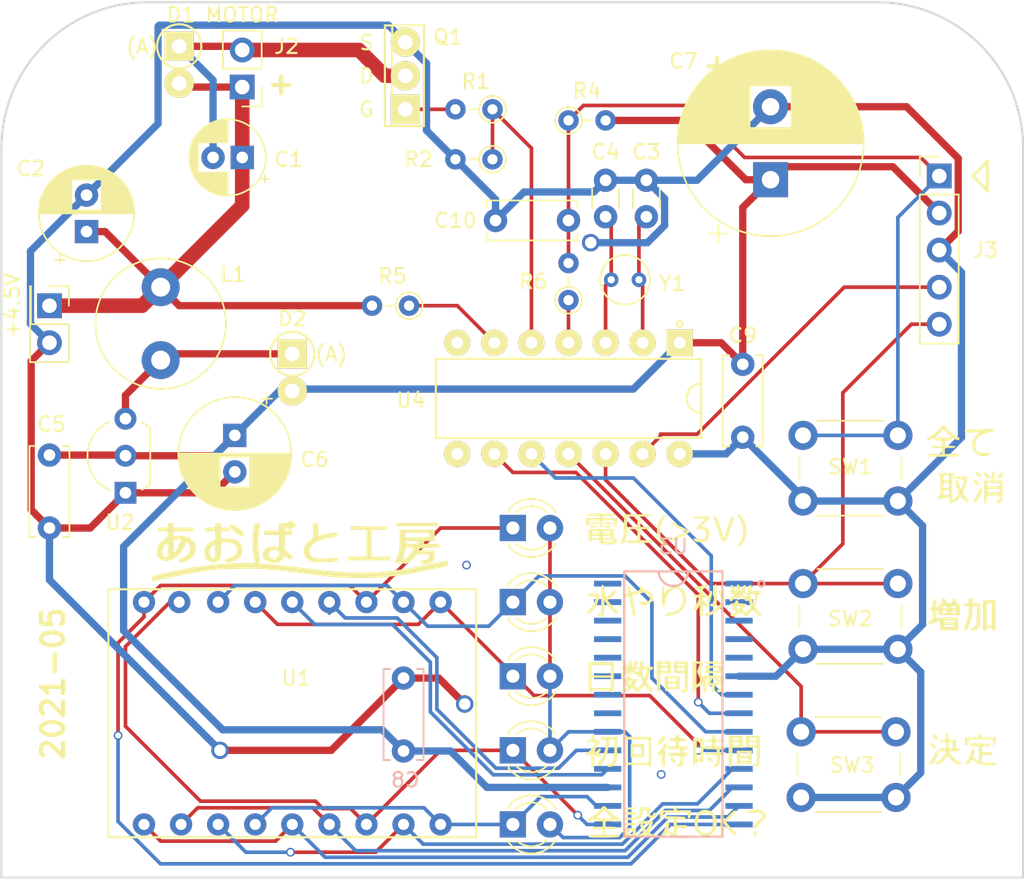
<source format=kicad_pcb>
(kicad_pcb (version 20171130) (host pcbnew "(5.1.9)-1")
  (layers (0 F.Cu signal) (31 B.Cu signal hide) (34 B.Paste user) (35 F.Paste user) (36 B.SilkS user) (37 F.SilkS user) (38 B.Mask user hide) (39 F.Mask user) (44 Edge.Cuts user))
  (net 0 "")
  (net 1 "Net-(J3-Pad4)")
  (net 2 "Net-(J3-Pad5)")
  (net 3 "Net-(LED1-Pad2)")
  (net 4 "Net-(Q1-Pad1)")
  (net 5 "Net-(C4-Pad1)")
  (net 6 "Net-(C3-Pad1)")
  (net 7 +5V)
  (net 8 "Net-(C1-Pad2)")
  (net 9 +BATT)
  (net 10 GND)
  (net 11 "Net-(C10-Pad1)")
  (net 12 "Net-(D2-Pad1)")
  (net 13 "Net-(R1-Pad1)")
  (net 14 "Net-(R5-Pad1)")
  (net 15 "Net-(R6-Pad1)")
  (net 16 "Net-(SW3-Pad1)")
  (net 17 "Net-(U1-Pad14)")
  (net 18 "Net-(U1-Pad13)")
  (net 19 "Net-(U1-Pad1)")
  (net 20 "Net-(U1-Pad3)")
  (net 21 "Net-(U1-Pad2)")
  (net 22 "Net-(U3-Pad7)")
  (net 23 "Net-(U3-Pad8)")
  (net 24 "Net-(U3-Pad1)")
  (net 25 "Net-(U3-Pad2)")
  (net 26 "Net-(U3-Pad3)")
  (net 27 "Net-(U3-Pad4)")
  (net 28 "Net-(U3-Pad5)")
  (net 29 "Net-(U3-Pad25)")
  (net 30 "Net-(U3-Pad26)")
  (net 31 "Net-(U3-Pad27)")
  (net 32 "Net-(U3-Pad28)")
  (net 33 "Net-(LED1-Pad1)")
  (net 34 "Net-(LED2-Pad1)")
  (net 35 "Net-(LED3-Pad1)")
  (net 36 "Net-(LED4-Pad1)")
  (net 37 "Net-(LED5-Pad1)")
  (net 38 "Net-(U3-Pad21)")
  (net 39 "Net-(U3-Pad22)")
  (net 40 "Net-(U3-Pad23)")
  (net 41 "Net-(U3-Pad24)")
  (net 42 "Net-(U4-Pad7)")
  (net 43 "Net-(U4-Pad8)")
  (module Resistor_THT:R_Axial_DIN0204_L3.6mm_D1.6mm_P2.54mm_Vertical (layer F.Cu) (at 69.85 38.1)
    (fp_text reference R4 (at 1.27 -2.032) (layer F.SilkS))
    (fp_text value 10K)
    (pad 1 thru_hole circle (at 0 0) (size 1.4 1.4) (drill 0.7) (layers *.Cu *.Mask) (net 11 "Net-(C10-Pad1)"))
    (pad 2 thru_hole oval (at 2.54 0) (size 1.4 1.4) (drill 0.7) (layers *.Cu *.Mask) (net 7 +5V))
  )
  (module MCU_Microship:PIC16F1503-I_P (layer F.Cu) (at 77.47 53.34 270)
    (fp_text reference U4 (at 3.937 18.415) (layer F.SilkS))
    (fp_text value PIC16F18323-I/P)
    (pad 1 thru_hole rect (at 0 0 270) (size 1.8 1.8) (drill 0.8) (layers *.Cu *.Mask F.SilkS) (net 7 +5V))
    (pad 2 thru_hole circle (at 0 2.54 270) (size 1.8 1.8) (drill 0.8) (layers *.Cu *.Mask F.SilkS) (net 6 "Net-(C3-Pad1)"))
    (pad 3 thru_hole circle (at 0 5.08 270) (size 1.8 1.8) (drill 0.8) (layers *.Cu *.Mask F.SilkS) (net 5 "Net-(C4-Pad1)"))
    (pad 4 thru_hole circle (at 0 7.62 270) (size 1.8 1.8) (drill 0.8) (layers *.Cu *.Mask F.SilkS) (net 15 "Net-(R6-Pad1)"))
    (pad 5 thru_hole circle (at 0 10.16 270) (size 1.8 1.8) (drill 0.8) (layers *.Cu *.Mask F.SilkS) (net 13 "Net-(R1-Pad1)"))
    (pad 6 thru_hole circle (at 0 12.7 270) (size 1.8 1.8) (drill 0.8) (layers *.Cu *.Mask F.SilkS) (net 14 "Net-(R5-Pad1)"))
    (pad 7 thru_hole circle (at 0 15.24 270) (size 1.8 1.8) (drill 0.8) (layers *.Cu *.Mask F.SilkS) (net 42 "Net-(U4-Pad7)"))
    (pad 8 thru_hole circle (at 7.62 15.24 270) (size 1.8 1.8) (drill 0.8) (layers *.Cu *.Mask F.SilkS) (net 43 "Net-(U4-Pad8)"))
    (pad 9 thru_hole circle (at 7.62 12.7 270) (size 1.8 1.8) (drill 0.8) (layers *.Cu *.Mask F.SilkS) (net 23 "Net-(U3-Pad8)"))
    (pad 10 thru_hole circle (at 7.62 10.16 270) (size 1.8 1.8) (drill 0.8) (layers *.Cu *.Mask F.SilkS) (net 22 "Net-(U3-Pad7)"))
    (pad 11 thru_hole circle (at 7.62 7.62 270) (size 1.8 1.8) (drill 0.8) (layers *.Cu *.Mask F.SilkS) (net 16 "Net-(SW3-Pad1)"))
    (pad 12 thru_hole circle (at 7.62 5.08 270) (size 1.8 1.8) (drill 0.8) (layers *.Cu *.Mask F.SilkS) (net 2 "Net-(J3-Pad5)"))
    (pad 13 thru_hole circle (at 7.62 2.54 270) (size 1.8 1.8) (drill 0.8) (layers *.Cu *.Mask F.SilkS) (net 1 "Net-(J3-Pad4)"))
    (pad 14 thru_hole circle (at 7.62 0 270) (size 1.8 1.8) (drill 0.8) (layers *.Cu *.Mask F.SilkS) (net 10 GND))
  )
  (module akiduki:aobato2 (layer F.Cu) (at 51.435 67.437)
    (fp_text reference G*** hide)
    (fp_text value LOGO hide)
  )
  (module akiduki:set (layer F.Cu) (at 97.79 74.295)
    (fp_text reference G*** hide)
    (fp_text value LOGO hide)
  )
  (module akiduki:interval (layer F.Cu) (at 77.47 76.454)
    (fp_text reference G*** hide)
    (fp_text value LOGO hide)
  )
  (module akiduki:ok (layer F.Cu) (at 97.409 82.169)
    (fp_text reference G*** hide)
    (fp_text value LOGO hide)
  )
  (module akiduki:reset (layer F.Cu) (at 97.155 64.516)
    (fp_text reference G*** hide)
    (fp_text value LOGO hide)
  )
  (module akiduki:all-OK (layer F.Cu) (at 77.47 86.614)
    (fp_text reference G*** hide)
    (fp_text value LOGO hide)
  )
  (module akiduki:wait (layer F.Cu) (at 77.47 81.661)
    (fp_text reference G*** hide)
    (fp_text value LOGO hide)
  )
  (module akiduki:water-volume (layer F.Cu) (at 77.47 71.374)
    (fp_text reference G*** hide)
    (fp_text value LOGO hide)
  )
  (module akiduki:voltage (layer F.Cu) (at 77.47 66.421)
    (fp_text reference G*** hide)
    (fp_text value LOGO hide)
  )
  (module Inductor_THT:L_Radial_D8.7mm_P5.00mm_Fastron_07HCP (layer F.Cu) (at 41.91 49.53 270)
    (fp_text reference L1 (at -0.889 -4.953 180) (layer F.SilkS))
    (fp_text value 47uH)
    (pad 1 thru_hole circle (at 0 0 270) (size 2.6 2.6) (drill 1.3) (layers *.Cu *.Mask) (net 9 +BATT))
    (pad 2 thru_hole circle (at 5 0 270) (size 2.6 2.6) (drill 1.3) (layers *.Cu *.Mask) (net 12 "Net-(D2-Pad1)"))
  )
  (module Capacitor_THT:CP_Radial_D12.5mm_P5.00mm (layer F.Cu) (at 83.693 42.164 90)
    (fp_text reference C7 (at 8.128 -5.969) (layer F.SilkS))
    (fp_text value 1000uF)
    (pad 2 thru_hole circle (at 5 0 90) (size 2.4 2.4) (drill 1.2) (layers *.Cu *.Mask) (net 10 GND))
    (pad 1 thru_hole rect (at 0 0 90) (size 2.4 2.4) (drill 1.2) (layers *.Cu *.Mask) (net 7 +5V))
  )
  (module MountingHole:MountingHole_3.2mm_M3 (layer F.Cu) (at 95.631 35.56)
    (fp_text reference "M3 hole" hide)
    (fp_text value MountingHole_3.2mm_M3 hide)
    (pad 1 np_thru_hole circle (at 0 0) (size 3.2 3.2) (drill 3.2) (layers *.Cu *.Mask))
  )
  (module MountingHole:MountingHole_3.2mm_M3 (layer F.Cu) (at 36.322 35.56)
    (fp_text reference "M3 hole" hide)
    (fp_text value MountingHole_3.2mm_M3 hide)
    (pad 1 np_thru_hole circle (at 0 0) (size 3.2 3.2) (drill 3.2) (layers *.Cu *.Mask))
  )
  (module MountingHole:MountingHole_3.2mm_M3 (layer F.Cu) (at 34.6075 86.4235)
    (fp_text reference "M3 hole" hide)
    (fp_text value MountingHole_3.2mm_M3 hide)
    (pad 1 np_thru_hole circle (at 0 0) (size 3.2 3.2) (drill 3.2) (layers *.Cu *.Mask))
  )
  (module MountingHole:MountingHole_3.2mm_M3 (layer F.Cu) (at 97.409 86.4235)
    (fp_text reference "M3 hole" hide)
    (fp_text value MountingHole_3.2mm_M3 hide)
    (pad 1 np_thru_hole circle (at 0 0) (size 3.2 3.2) (drill 3.2) (layers *.Cu *.Mask))
  )
  (module D:1S4_V (layer F.Cu) (at 50.927 54.102 270)
    (fp_text reference D2 (at -2.413 0 180) (layer F.SilkS))
    (fp_text value D hide)
    (fp_text user "(A)" (at 0 -2.667 180) (layer F.SilkS))
    (pad 1 thru_hole rect (at 0 0 270) (size 2 2) (drill 1) (layers *.Cu *.Mask F.SilkS) (net 12 "Net-(D2-Pad1)"))
    (pad 2 thru_hole circle (at 2.54 0 270) (size 2 2) (drill 1) (layers *.Cu *.Mask F.SilkS) (net 7 +5V))
  )
  (module FET:2SK4017_Q (layer F.Cu) (at 58.674 37.338 180)
    (fp_text reference Q1 (at -2.921 4.953 180) (layer F.SilkS))
    (fp_text value 2SK4017 hide)
    (pad 1 thru_hole rect (at 0 0 180) (size 2 2) (drill 1) (layers *.Cu *.Mask F.SilkS) (net 4 "Net-(Q1-Pad1)"))
    (pad 2 thru_hole circle (at 0 2.3 180) (size 2 2) (drill 1) (layers *.Cu *.Mask F.SilkS) (net 8 "Net-(C1-Pad2)"))
    (pad 3 thru_hole circle (at 0 4.6 180) (size 2 2) (drill 1) (layers *.Cu *.Mask F.SilkS) (net 10 GND))
  )
  (module Capacitor_THT:CP_Radial_D5.0mm_P2.00mm (layer F.Cu) (at 47.498 40.64 180)
    (fp_text reference C1 (at -3.175 -0.127) (layer F.SilkS))
    (fp_text value 22u)
    (pad 1 thru_hole rect (at 0 0 180) (size 1.6 1.6) (drill 0.8) (layers *.Cu *.Mask) (net 9 +BATT))
    (pad 2 thru_hole circle (at 2 0 180) (size 1.6 1.6) (drill 0.8) (layers *.Cu *.Mask) (net 8 "Net-(C1-Pad2)"))
  )
  (module Capacitor_THT:CP_Radial_D6.3mm_P2.50mm (layer F.Cu) (at 36.83 45.72 90)
    (fp_text reference C2 (at 4.318 -3.81) (layer F.SilkS))
    (fp_text value 47u)
    (pad 1 thru_hole rect (at 0 0 90) (size 1.6 1.6) (drill 0.8) (layers *.Cu *.Mask) (net 9 +BATT))
    (pad 2 thru_hole circle (at 2.5 0 90) (size 1.6 1.6) (drill 0.8) (layers *.Cu *.Mask) (net 10 GND))
  )
  (module Capacitor_THT:C_Disc_D6.0mm_W2.5mm_P5.00mm (layer F.Cu) (at 34.29 66.04 90)
    (fp_text reference C5 (at 7.112 0.127) (layer F.SilkS))
    (fp_text value 0.1u)
    (pad 2 thru_hole circle (at 5 0 90) (size 1.6 1.6) (drill 0.8) (layers *.Cu *.Mask) (net 7 +5V))
    (pad 1 thru_hole circle (at 0 0 90) (size 1.6 1.6) (drill 0.8) (layers *.Cu *.Mask) (net 10 GND))
  )
  (module Capacitor_THT:CP_Radial_D7.5mm_P2.50mm (layer F.Cu) (at 46.99 59.69 270)
    (fp_text reference C6 (at 1.651 -5.461) (layer F.SilkS))
    (fp_text value 100uF)
    (pad 1 thru_hole rect (at 0 0 270) (size 1.6 1.6) (drill 0.8) (layers *.Cu *.Mask) (net 7 +5V))
    (pad 2 thru_hole circle (at 2.5 0 270) (size 1.6 1.6) (drill 0.8) (layers *.Cu *.Mask) (net 10 GND))
  )
  (module Capacitor_THT:C_Disc_D6.0mm_W2.5mm_P5.00mm (layer B.Cu) (at 58.547 76.327 270)
    (fp_text reference C8 (at 6.985 -0.127) (layer B.SilkS) (effects (justify mirror)))
    (fp_text value 0.1u)
    (pad 1 thru_hole circle (at 0 0 270) (size 1.6 1.6) (drill 0.8) (layers *.Cu *.Mask) (net 10 GND))
    (pad 2 thru_hole circle (at 5 0 270) (size 1.6 1.6) (drill 0.8) (layers *.Cu *.Mask) (net 7 +5V))
  )
  (module Capacitor_THT:C_Disc_D6.0mm_W2.5mm_P5.00mm (layer F.Cu) (at 81.788 59.817 90)
    (fp_text reference C9 (at 6.985 0 180) (layer F.SilkS))
    (fp_text value 0.1u)
    (pad 2 thru_hole circle (at 5 0 90) (size 1.6 1.6) (drill 0.8) (layers *.Cu *.Mask) (net 7 +5V))
    (pad 1 thru_hole circle (at 0 0 90) (size 1.6 1.6) (drill 0.8) (layers *.Cu *.Mask) (net 10 GND))
  )
  (module Capacitor_THT:C_Disc_D6.0mm_W2.5mm_P5.00mm (layer F.Cu) (at 69.85 44.958 180)
    (fp_text reference C10 (at 7.747 0) (layer F.SilkS))
    (fp_text value 0.1u)
    (pad 1 thru_hole circle (at 0 0 180) (size 1.6 1.6) (drill 0.8) (layers *.Cu *.Mask) (net 11 "Net-(C10-Pad1)"))
    (pad 2 thru_hole circle (at 5 0 180) (size 1.6 1.6) (drill 0.8) (layers *.Cu *.Mask) (net 10 GND))
  )
  (module D:1S4_V (layer F.Cu) (at 43.18 33.02 270)
    (fp_text reference D1 (at -2.159 -0.127) (layer F.SilkS))
    (fp_text value D hide)
    (fp_text user "(A)" (at 0 2.54 180) (layer F.SilkS))
    (pad 1 thru_hole rect (at 0 0 270) (size 2 2) (drill 1) (layers *.Cu *.Mask F.SilkS) (net 8 "Net-(C1-Pad2)"))
    (pad 2 thru_hole circle (at 2.54 0 270) (size 2 2) (drill 1) (layers *.Cu *.Mask F.SilkS) (net 9 +BATT))
  )
  (module Connector_PinHeader_2.54mm:PinHeader_2x01_P2.54mm_Vertical (layer F.Cu) (at 34.29 50.8 270)
    (fp_text reference J1 hide)
    (fp_text value POWER hide)
    (fp_text user +4.5V (at 0 2.54 270) (layer F.SilkS))
    (pad 1 thru_hole rect (at 0 0 270) (size 1.7 1.7) (drill 1) (layers *.Cu *.Mask) (net 9 +BATT))
    (pad 2 thru_hole oval (at 2.54 0 270) (size 1.7 1.7) (drill 1) (layers *.Cu *.Mask) (net 10 GND))
  )
  (module Connector_PinHeader_2.54mm:PinHeader_1x02_P2.54mm_Vertical (layer F.Cu) (at 47.498 35.814 180)
    (fp_text reference J2 (at -3.048 2.794) (layer F.SilkS))
    (fp_text value MOTOR (at 0 4.953) (layer F.SilkS))
    (pad 1 thru_hole rect (at 0 0 180) (size 1.7 1.7) (drill 1) (layers *.Cu *.Mask) (net 9 +BATT))
    (pad 2 thru_hole oval (at 0 2.54 180) (size 1.7 1.7) (drill 1) (layers *.Cu *.Mask) (net 8 "Net-(C1-Pad2)"))
  )
  (module Connector_PinHeader_2.54mm:PinHeader_1x05_P2.54mm_Vertical (layer F.Cu) (at 95.25 41.91)
    (fp_text reference J3 (at 3.175 5.08) (layer F.SilkS))
    (fp_text value pin_header)
    (pad 1 thru_hole rect (at 0 0) (size 1.7 1.7) (drill 1) (layers *.Cu *.Mask) (net 11 "Net-(C10-Pad1)"))
    (pad 2 thru_hole oval (at 0 2.54) (size 1.7 1.7) (drill 1) (layers *.Cu *.Mask) (net 7 +5V))
    (pad 3 thru_hole oval (at 0 5.08) (size 1.7 1.7) (drill 1) (layers *.Cu *.Mask) (net 10 GND))
    (pad 4 thru_hole oval (at 0 7.62) (size 1.7 1.7) (drill 1) (layers *.Cu *.Mask) (net 1 "Net-(J3-Pad4)"))
    (pad 5 thru_hole oval (at 0 10.16) (size 1.7 1.7) (drill 1) (layers *.Cu *.Mask) (net 2 "Net-(J3-Pad5)"))
  )
  (module LED_THT:LED_D3.0mm (layer F.Cu) (at 66.04 66.04)
    (fp_text reference LED1 hide)
    (fp_text value voltage)
    (pad 1 thru_hole rect (at 0 0) (size 1.8 1.8) (drill 0.9) (layers *.Cu *.Mask) (net 33 "Net-(LED1-Pad1)"))
    (pad 2 thru_hole circle (at 2.54 0) (size 1.8 1.8) (drill 0.9) (layers *.Cu *.Mask) (net 3 "Net-(LED1-Pad2)"))
  )
  (module LED_THT:LED_D3.0mm (layer F.Cu) (at 66.04 71.12)
    (fp_text reference LED2 hide)
    (fp_text value water)
    (pad 1 thru_hole rect (at 0 0) (size 1.8 1.8) (drill 0.9) (layers *.Cu *.Mask) (net 34 "Net-(LED2-Pad1)"))
    (pad 2 thru_hole circle (at 2.54 0) (size 1.8 1.8) (drill 0.9) (layers *.Cu *.Mask) (net 3 "Net-(LED1-Pad2)"))
  )
  (module LED_THT:LED_D3.0mm (layer F.Cu) (at 66.04 76.2)
    (fp_text reference LED3 hide)
    (fp_text value interval)
    (pad 2 thru_hole circle (at 2.54 0) (size 1.8 1.8) (drill 0.9) (layers *.Cu *.Mask) (net 3 "Net-(LED1-Pad2)"))
    (pad 1 thru_hole rect (at 0 0) (size 1.8 1.8) (drill 0.9) (layers *.Cu *.Mask) (net 35 "Net-(LED3-Pad1)"))
  )
  (module LED_THT:LED_D3.0mm (layer F.Cu) (at 66.04 81.28)
    (fp_text reference LED4 hide)
    (fp_text value wait)
    (pad 2 thru_hole circle (at 2.54 0) (size 1.8 1.8) (drill 0.9) (layers *.Cu *.Mask) (net 3 "Net-(LED1-Pad2)"))
    (pad 1 thru_hole rect (at 0 0) (size 1.8 1.8) (drill 0.9) (layers *.Cu *.Mask) (net 36 "Net-(LED4-Pad1)"))
  )
  (module LED_THT:LED_D3.0mm (layer F.Cu) (at 66.04 86.36)
    (fp_text reference LED5 hide)
    (fp_text value start)
    (pad 1 thru_hole rect (at 0 0) (size 1.8 1.8) (drill 0.9) (layers *.Cu *.Mask) (net 37 "Net-(LED5-Pad1)"))
    (pad 2 thru_hole circle (at 2.54 0) (size 1.8 1.8) (drill 0.9) (layers *.Cu *.Mask) (net 3 "Net-(LED1-Pad2)"))
  )
  (module Resistor_THT:R_Axial_DIN0204_L3.6mm_D1.6mm_P2.54mm_Vertical (layer F.Cu) (at 64.643 37.338 180)
    (fp_text reference R1 (at 1.143 1.905) (layer F.SilkS))
    (fp_text value 470)
    (pad 2 thru_hole oval (at 2.54 0 180) (size 1.4 1.4) (drill 0.7) (layers *.Cu *.Mask) (net 4 "Net-(Q1-Pad1)"))
    (pad 1 thru_hole circle (at 0 0 180) (size 1.4 1.4) (drill 0.7) (layers *.Cu *.Mask) (net 13 "Net-(R1-Pad1)"))
  )
  (module Resistor_THT:R_Axial_DIN0204_L3.6mm_D1.6mm_P2.54mm_Vertical (layer F.Cu) (at 64.643 40.767 180)
    (fp_text reference R2 (at 5.08 0 180) (layer F.SilkS))
    (fp_text value 10K)
    (pad 1 thru_hole circle (at 0 0 180) (size 1.4 1.4) (drill 0.7) (layers *.Cu *.Mask) (net 13 "Net-(R1-Pad1)"))
    (pad 2 thru_hole oval (at 2.54 0 180) (size 1.4 1.4) (drill 0.7) (layers *.Cu *.Mask) (net 10 GND))
  )
  (module Resistor_THT:R_Axial_DIN0204_L3.6mm_D1.6mm_P2.54mm_Vertical (layer F.Cu) (at 58.928 50.8 180)
    (fp_text reference R5 (at 1.143 2.032 180) (layer F.SilkS))
    (fp_text value 470)
    (pad 2 thru_hole oval (at 2.54 0 180) (size 1.4 1.4) (drill 0.7) (layers *.Cu *.Mask) (net 9 +BATT))
    (pad 1 thru_hole circle (at 0 0 180) (size 1.4 1.4) (drill 0.7) (layers *.Cu *.Mask) (net 14 "Net-(R5-Pad1)"))
  )
  (module Resistor_THT:R_Axial_DIN0204_L3.6mm_D1.6mm_P2.54mm_Vertical (layer F.Cu) (at 69.85 50.419 90)
    (fp_text reference R6 (at 1.27 -2.413 180) (layer F.SilkS))
    (fp_text value 470)
    (pad 1 thru_hole circle (at 0 0 90) (size 1.4 1.4) (drill 0.7) (layers *.Cu *.Mask) (net 15 "Net-(R6-Pad1)"))
    (pad 2 thru_hole oval (at 2.54 0 90) (size 1.4 1.4) (drill 0.7) (layers *.Cu *.Mask) (net 11 "Net-(C10-Pad1)"))
  )
  (module Button_Switch_THT:SW_PUSH_6mm (layer F.Cu) (at 85.9155 59.69)
    (fp_text reference SW1 (at 3.2385 2.159) (layer F.SilkS))
    (fp_text value reset)
    (pad 2 thru_hole circle (at 0 4.5 90) (size 2 2) (drill 1.1) (layers *.Cu *.Mask) (net 10 GND))
    (pad 1 thru_hole circle (at 0 0 90) (size 2 2) (drill 1.1) (layers *.Cu *.Mask) (net 11 "Net-(C10-Pad1)"))
    (pad 2 thru_hole circle (at 6.5 4.5 90) (size 2 2) (drill 1.1) (layers *.Cu *.Mask) (net 10 GND))
    (pad 1 thru_hole circle (at 6.5 0 90) (size 2 2) (drill 1.1) (layers *.Cu *.Mask) (net 11 "Net-(C10-Pad1)"))
  )
  (module Button_Switch_THT:SW_PUSH_6mm (layer F.Cu) (at 85.9155 69.85)
    (fp_text reference SW2 (at 3.2385 2.413) (layer F.SilkS))
    (fp_text value enter)
    (pad 1 thru_hole circle (at 6.5 0 90) (size 2 2) (drill 1.1) (layers *.Cu *.Mask) (net 2 "Net-(J3-Pad5)"))
    (pad 2 thru_hole circle (at 6.5 4.5 90) (size 2 2) (drill 1.1) (layers *.Cu *.Mask) (net 10 GND))
    (pad 1 thru_hole circle (at 0 0 90) (size 2 2) (drill 1.1) (layers *.Cu *.Mask) (net 2 "Net-(J3-Pad5)"))
    (pad 2 thru_hole circle (at 0 4.5 90) (size 2 2) (drill 1.1) (layers *.Cu *.Mask) (net 10 GND))
  )
  (module Button_Switch_THT:SW_PUSH_6mm (layer F.Cu) (at 85.7885 80.01)
    (fp_text reference SW3 (at 3.4925 2.286) (layer F.SilkS))
    (fp_text value next)
    (pad 2 thru_hole circle (at 0 4.5 90) (size 2 2) (drill 1.1) (layers *.Cu *.Mask) (net 10 GND))
    (pad 1 thru_hole circle (at 0 0 90) (size 2 2) (drill 1.1) (layers *.Cu *.Mask) (net 16 "Net-(SW3-Pad1)"))
    (pad 2 thru_hole circle (at 6.5 4.5 90) (size 2 2) (drill 1.1) (layers *.Cu *.Mask) (net 10 GND))
    (pad 1 thru_hole circle (at 6.5 0 90) (size 2 2) (drill 1.1) (layers *.Cu *.Mask) (net 16 "Net-(SW3-Pad1)"))
  )
  (module green_pomp4:HDSP-K123 (layer F.Cu) (at 50.927 78.74)
    (fp_text reference U1 (at 0.254 -2.413) (layer F.SilkS))
    (fp_text value HDSP-K123)
    (pad 14 thru_hole circle (at 0 -7.62) (size 1.524 1.524) (drill 0.762) (layers *.Cu *.Mask) (net 17 "Net-(U1-Pad14)"))
    (pad 15 thru_hole circle (at -2.54 -7.62) (size 1.524 1.524) (drill 0.762) (layers *.Cu *.Mask) (net 35 "Net-(LED3-Pad1)"))
    (pad 16 thru_hole circle (at -5.08 -7.62) (size 1.524 1.524) (drill 0.762) (layers *.Cu *.Mask) (net 34 "Net-(LED2-Pad1)"))
    (pad 17 thru_hole circle (at -7.747 -7.62) (size 1.524 1.524) (drill 0.762) (layers *.Cu *.Mask) (net 36 "Net-(LED4-Pad1)"))
    (pad 18 thru_hole circle (at -10.16 -7.62) (size 1.524 1.524) (drill 0.762) (layers *.Cu *.Mask) (net 33 "Net-(LED1-Pad1)"))
    (pad 13 thru_hole circle (at 2.54 -7.62) (size 1.524 1.524) (drill 0.762) (layers *.Cu *.Mask) (net 18 "Net-(U1-Pad13)"))
    (pad 12 thru_hole circle (at 5.08 -7.62) (size 1.524 1.524) (drill 0.762) (layers *.Cu *.Mask) (net 33 "Net-(LED1-Pad1)"))
    (pad 11 thru_hole circle (at 7.62 -7.62) (size 1.524 1.524) (drill 0.762) (layers *.Cu *.Mask) (net 34 "Net-(LED2-Pad1)"))
    (pad 10 thru_hole circle (at 10.16 -7.62) (size 1.524 1.524) (drill 0.762) (layers *.Cu *.Mask) (net 35 "Net-(LED3-Pad1)"))
    (pad 5 thru_hole circle (at 0 7.62) (size 1.524 1.524) (drill 0.762) (layers *.Cu *.Mask) (net 19 "Net-(U1-Pad1)"))
    (pad 4 thru_hole circle (at -2.54 7.62) (size 1.524 1.524) (drill 0.762) (layers *.Cu *.Mask) (net 37 "Net-(LED5-Pad1)"))
    (pad 3 thru_hole circle (at -5.08 7.62) (size 1.524 1.524) (drill 0.762) (layers *.Cu *.Mask) (net 20 "Net-(U1-Pad3)"))
    (pad 2 thru_hole circle (at -7.62 7.62) (size 1.524 1.524) (drill 0.762) (layers *.Cu *.Mask) (net 21 "Net-(U1-Pad2)"))
    (pad 1 thru_hole circle (at -10.16 7.62) (size 1.524 1.524) (drill 0.762) (layers *.Cu *.Mask) (net 19 "Net-(U1-Pad1)"))
    (pad 6 thru_hole circle (at 2.54 7.62) (size 1.524 1.524) (drill 0.762) (layers *.Cu *.Mask) (net 21 "Net-(U1-Pad2)"))
    (pad 7 thru_hole circle (at 5.08 7.62) (size 1.524 1.524) (drill 0.762) (layers *.Cu *.Mask) (net 36 "Net-(LED4-Pad1)"))
    (pad 8 thru_hole circle (at 7.62 7.62) (size 1.524 1.524) (drill 0.762) (layers *.Cu *.Mask) (net 20 "Net-(U1-Pad3)"))
    (pad 9 thru_hole circle (at 10.16 7.62) (size 1.524 1.524) (drill 0.762) (layers *.Cu *.Mask) (net 37 "Net-(LED5-Pad1)"))
  )
  (module MCU_Microship:DSPIC30F2010-20I_SO (layer B.Cu) (at 81.534 69.85 180)
    (fp_text reference U3 (at 4.5 2.54) (layer B.SilkS) (effects (justify mirror)))
    (fp_text value TM1640 hide)
    (pad 1 smd rect (at 0 0 180) (size 1.87 0.4) (layers B.Cu B.Paste B.Mask) (net 24 "Net-(U3-Pad1)"))
    (pad 2 smd rect (at 0 -1.27 180) (size 1.87 0.4) (layers B.Cu B.Paste B.Mask) (net 25 "Net-(U3-Pad2)"))
    (pad 3 smd rect (at 0 -2.54 180) (size 1.87 0.4) (layers B.Cu B.Paste B.Mask) (net 26 "Net-(U3-Pad3)"))
    (pad 4 smd rect (at 0 -3.81 180) (size 1.87 0.4) (layers B.Cu B.Paste B.Mask) (net 27 "Net-(U3-Pad4)"))
    (pad 5 smd rect (at 0 -5.08 180) (size 1.87 0.4) (layers B.Cu B.Paste B.Mask) (net 28 "Net-(U3-Pad5)"))
    (pad 6 smd rect (at 0 -6.35 180) (size 1.87 0.4) (layers B.Cu B.Paste B.Mask) (net 10 GND))
    (pad 7 smd rect (at 0 -7.62 180) (size 1.87 0.4) (layers B.Cu B.Paste B.Mask) (net 22 "Net-(U3-Pad7)"))
    (pad 8 smd rect (at 0 -8.89 180) (size 1.87 0.4) (layers B.Cu B.Paste B.Mask) (net 23 "Net-(U3-Pad8)"))
    (pad 9 smd rect (at 0 -10.16 180) (size 1.87 0.4) (layers B.Cu B.Paste B.Mask) (net 34 "Net-(LED2-Pad1)"))
    (pad 10 smd rect (at 0 -11.43 180) (size 1.87 0.4) (layers B.Cu B.Paste B.Mask) (net 35 "Net-(LED3-Pad1)"))
    (pad 11 smd rect (at 0 -12.7 180) (size 1.87 0.4) (layers B.Cu B.Paste B.Mask) (net 20 "Net-(U1-Pad3)"))
    (pad 12 smd rect (at 0 -13.97 180) (size 1.87 0.4) (layers B.Cu B.Paste B.Mask) (net 21 "Net-(U1-Pad2)"))
    (pad 13 smd rect (at 0 -15.24 180) (size 1.87 0.4) (layers B.Cu B.Paste B.Mask) (net 19 "Net-(U1-Pad1)"))
    (pad 14 smd rect (at 0 -16.51 180) (size 1.87 0.4) (layers B.Cu B.Paste B.Mask) (net 33 "Net-(LED1-Pad1)"))
    (pad 15 smd rect (at 9 -16.51 180) (size 1.87 0.4) (layers B.Cu B.Paste B.Mask) (net 36 "Net-(LED4-Pad1)"))
    (pad 16 smd rect (at 9 -15.24 180) (size 1.87 0.4) (layers B.Cu B.Paste B.Mask) (net 37 "Net-(LED5-Pad1)"))
    (pad 17 smd rect (at 9 -13.97 180) (size 1.87 0.4) (layers B.Cu B.Paste B.Mask) (net 7 +5V))
    (pad 18 smd rect (at 9 -12.7 180) (size 1.87 0.4) (layers B.Cu B.Paste B.Mask) (net 17 "Net-(U1-Pad14)"))
    (pad 19 smd rect (at 9 -11.43 180) (size 1.87 0.4) (layers B.Cu B.Paste B.Mask) (net 18 "Net-(U1-Pad13)"))
    (pad 20 smd rect (at 9 -10.16 180) (size 1.87 0.4) (layers B.Cu B.Paste B.Mask) (net 3 "Net-(LED1-Pad2)"))
    (pad 21 smd rect (at 9 -8.89 180) (size 1.87 0.4) (layers B.Cu B.Paste B.Mask) (net 38 "Net-(U3-Pad21)"))
    (pad 22 smd rect (at 9 -7.62 180) (size 1.87 0.4) (layers B.Cu B.Paste B.Mask) (net 39 "Net-(U3-Pad22)"))
    (pad 23 smd rect (at 9 -6.35 180) (size 1.87 0.4) (layers B.Cu B.Paste B.Mask) (net 40 "Net-(U3-Pad23)"))
    (pad 24 smd rect (at 9 -5.08 180) (size 1.87 0.4) (layers B.Cu B.Paste B.Mask) (net 41 "Net-(U3-Pad24)"))
    (pad 25 smd rect (at 9 -3.81 180) (size 1.87 0.4) (layers B.Cu B.Paste B.Mask) (net 29 "Net-(U3-Pad25)"))
    (pad 26 smd rect (at 9 -2.54 180) (size 1.87 0.4) (layers B.Cu B.Paste B.Mask) (net 30 "Net-(U3-Pad26)"))
    (pad 27 smd rect (at 9 -1.27 180) (size 1.87 0.4) (layers B.Cu B.Paste B.Mask) (net 31 "Net-(U3-Pad27)"))
    (pad 28 smd rect (at 9 0 180) (size 1.87 0.4) (layers B.Cu B.Paste B.Mask) (net 32 "Net-(U3-Pad28)"))
  )
  (module Crystal:Crystal_Round_D3.0mm_Vertical (layer F.Cu) (at 74.676 49.022 180)
    (fp_text reference Y1 (at -2.286 -0.254) (layer F.SilkS))
    (fp_text value 32.768KHz)
    (pad 1 thru_hole circle (at 0 0 180) (size 1 1) (drill 0.5) (layers *.Cu *.Mask) (net 6 "Net-(C3-Pad1)"))
    (pad 2 thru_hole circle (at 1.9 0 180) (size 1 1) (drill 0.5) (layers *.Cu *.Mask) (net 5 "Net-(C4-Pad1)"))
  )
  (module Package_TO_SOT_THT:TO-92L_Inline_Wide (layer F.Cu) (at 39.497 63.627 90)
    (fp_text reference U2 (at -2.032 -0.381) (layer F.SilkS))
    (fp_text value HT7750A)
    (pad 2 thru_hole circle (at 2.54 0 90) (size 1.5 1.5) (drill 0.8) (layers *.Cu *.Mask) (net 7 +5V))
    (pad 3 thru_hole circle (at 5.08 0 90) (size 1.5 1.5) (drill 0.8) (layers *.Cu *.Mask) (net 12 "Net-(D2-Pad1)"))
    (pad 1 thru_hole rect (at 0 0 90) (size 1.5 1.5) (drill 0.8) (layers *.Cu *.Mask) (net 10 GND))
  )
  (module Capacitor_THT:C_Disc_D3.0mm_W1.6mm_P2.50mm (layer F.Cu) (at 75.184 44.704 90)
    (fp_text reference C3 (at 4.445 0) (layer F.SilkS))
    (fp_text value 15p)
    (pad 1 thru_hole circle (at 0 0 90) (size 1.6 1.6) (drill 0.8) (layers *.Cu *.Mask) (net 6 "Net-(C3-Pad1)"))
    (pad 2 thru_hole circle (at 2.5 0 90) (size 1.6 1.6) (drill 0.8) (layers *.Cu *.Mask) (net 10 GND))
  )
  (module Capacitor_THT:C_Disc_D3.0mm_W1.6mm_P2.50mm (layer F.Cu) (at 72.39 44.704 90)
    (fp_text reference C4 (at 4.445 0) (layer F.SilkS))
    (fp_text value 15p)
    (pad 2 thru_hole circle (at 2.5 0 90) (size 1.6 1.6) (drill 0.8) (layers *.Cu *.Mask) (net 10 GND))
    (pad 1 thru_hole circle (at 0 0 90) (size 1.6 1.6) (drill 0.8) (layers *.Cu *.Mask) (net 5 "Net-(C4-Pad1)"))
  )
  (gr_text D (at 56.007 35.052) (layer F.SilkS) (effects (font (size 1 1))))
  (gr_text G (at 56.007 37.338) (layer F.SilkS) (effects (font (size 1 1))))
  (gr_text S (at 56.007 32.766) (layer F.SilkS) (effects (font (size 1 1))))
  (gr_text 2021-05 (at 34.544 76.708 90) (layer F.SilkS) (effects (font (size 1.5 1.5) (thickness 0.3))))
  (gr_text + (at 50.165 35.56) (layer F.SilkS) (effects (font (size 1.5 1.5) (thickness 0.3))))
  (gr_line (start 98.552 42.926) (end 97.536 41.91) (angle 90) (layer F.SilkS) (width 0.2))
  (gr_line (start 98.552 40.894) (end 98.552 42.926) (angle 90) (layer F.SilkS) (width 0.2))
  (gr_line (start 97.536 41.91) (end 98.552 40.894) (angle 90) (layer F.SilkS) (width 0.2))
  (gr_text + (at 80.01 34.29) (layer F.SilkS) (effects (font (size 1.5 1.5) (thickness 0.3))))
  (gr_line (start 41 30) (end 91 30) (angle 90) (layer Edge.Cuts) (width 0.15))
  (gr_line (start 31 90) (end 101 90) (angle 90) (layer Edge.Cuts) (width 0.15))
  (gr_arc (start 91 40) (end 91 30) (angle 90) (layer Edge.Cuts) (width 0.15))
  (gr_line (start 31 40) (end 31 90) (angle 90) (layer Edge.Cuts) (width 0.15))
  (gr_line (start 101 40) (end 101 90) (angle 90) (layer Edge.Cuts) (width 0.15))
  (gr_arc (start 41 40) (end 31 40) (angle 90) (layer Edge.Cuts) (width 0.15))
  (segment (start 76.155001 59.734999) (end 76.155001 59.607999) (width 0.25) (layer F.Cu) (net 1))
  (segment (start 74.93 60.96) (end 76.155001 59.734999) (width 0.25) (layer F.Cu) (net 1))
  (segment (start 88.740002 49.53) (end 95.25 49.53) (width 0.25) (layer F.Cu) (net 1))
  (segment (start 78.662003 59.607999) (end 88.740002 49.53) (width 0.25) (layer F.Cu) (net 1))
  (segment (start 76.155001 59.607999) (end 78.662003 59.607999) (width 0.25) (layer F.Cu) (net 1))
  (segment (start 85.9155 69.85) (end 92.4155 69.85) (width 0.25) (layer F.Cu) (net 2))
  (segment (start 72.39 62.738) (end 72.39 60.96) (width 0.25) (layer F.Cu) (net 2))
  (segment (start 79.502 69.85) (end 72.39 62.738) (width 0.25) (layer F.Cu) (net 2))
  (segment (start 85.9155 69.85) (end 79.502 69.85) (width 0.25) (layer F.Cu) (net 2))
  (segment (start 88.646 56.769) (end 93.345 52.07) (width 0.25) (layer F.Cu) (net 2))
  (segment (start 88.646 67.1195) (end 88.646 56.769) (width 0.25) (layer F.Cu) (net 2))
  (segment (start 93.345 52.07) (end 95.25 52.07) (width 0.25) (layer F.Cu) (net 2))
  (segment (start 85.9155 69.85) (end 88.646 67.1195) (width 0.25) (layer F.Cu) (net 2))
  (segment (start 69.85 80.01) (end 72.534 80.01) (width 0.25) (layer B.Cu) (net 3))
  (segment (start 68.58 81.28) (end 69.85 80.01) (width 0.25) (layer B.Cu) (net 3))
  (segment (start 73.719 80.01) (end 72.534 80.01) (width 0.25) (layer B.Cu) (net 3))
  (segment (start 74.041 80.332) (end 73.719 80.01) (width 0.25) (layer B.Cu) (net 3))
  (segment (start 74.041 86.573002) (end 74.041 80.332) (width 0.25) (layer B.Cu) (net 3))
  (segment (start 73.354003 87.259999) (end 74.041 86.573002) (width 0.25) (layer B.Cu) (net 3))
  (segment (start 69.479999 87.259999) (end 73.354003 87.259999) (width 0.25) (layer B.Cu) (net 3))
  (segment (start 68.58 86.36) (end 69.479999 87.259999) (width 0.25) (layer B.Cu) (net 3))
  (segment (start 68.58 76.2) (end 68.58 81.28) (width 0.25) (layer B.Cu) (net 3))
  (segment (start 68.58 66.04) (end 68.58 71.12) (width 0.25) (layer F.Cu) (net 3))
  (segment (start 68.58 71.12) (end 68.58 76.2) (width 0.25) (layer F.Cu) (net 3))
  (segment (start 62.103 37.338) (end 58.674 37.338) (width 0.25) (layer F.Cu) (net 4))
  (segment (start 72.670051 53.34) (end 72.39 53.34) (width 0.25) (layer F.Cu) (net 5))
  (segment (start 72.39 49.408) (end 72.776 49.022) (width 0.25) (layer F.Cu) (net 5))
  (segment (start 72.39 53.34) (end 72.39 49.408) (width 0.25) (layer F.Cu) (net 5))
  (segment (start 72.776 45.09) (end 72.39 44.704) (width 0.25) (layer F.Cu) (net 5))
  (segment (start 72.776 49.022) (end 72.776 45.09) (width 0.25) (layer F.Cu) (net 5))
  (segment (start 74.93 49.276) (end 74.676 49.022) (width 0.25) (layer F.Cu) (net 6))
  (segment (start 74.93 53.34) (end 74.93 49.276) (width 0.25) (layer F.Cu) (net 6))
  (segment (start 74.676 45.212) (end 75.184 44.704) (width 0.25) (layer F.Cu) (net 6))
  (segment (start 74.676 49.022) (end 74.676 45.212) (width 0.25) (layer F.Cu) (net 6))
  (segment (start 78.105 52.705) (end 77.47 53.34) (width 0.5) (layer F.Cu) (net 7))
  (segment (start 50.165 56.515) (end 46.99 59.69) (width 0.5) (layer B.Cu) (net 7))
  (segment (start 74.295 56.515) (end 50.165 56.515) (width 0.5) (layer B.Cu) (net 7))
  (segment (start 77.47 53.34) (end 74.295 56.515) (width 0.5) (layer B.Cu) (net 7))
  (segment (start 45.593 61.087) (end 46.99 59.69) (width 0.5) (layer F.Cu) (net 7))
  (segment (start 39.497 61.087) (end 45.593 61.087) (width 0.5) (layer F.Cu) (net 7))
  (segment (start 39.45 61.04) (end 39.497 61.087) (width 0.5) (layer F.Cu) (net 7))
  (segment (start 34.29 61.04) (end 39.45 61.04) (width 0.5) (layer F.Cu) (net 7))
  (segment (start 80.311 53.34) (end 81.788 54.817) (width 0.5) (layer F.Cu) (net 7))
  (segment (start 77.47 53.34) (end 80.311 53.34) (width 0.5) (layer F.Cu) (net 7))
  (segment (start 83.693 42.164) (end 81.993 42.164) (width 0.5) (layer F.Cu) (net 7))
  (segment (start 81.993 42.164) (end 77.929 38.1) (width 0.5) (layer F.Cu) (net 7))
  (segment (start 77.929 38.1) (end 73.379949 38.1) (width 0.5) (layer F.Cu) (net 7))
  (segment (start 73.379949 38.1) (end 72.39 38.1) (width 0.5) (layer F.Cu) (net 7))
  (segment (start 77.597 53.34) (end 77.47 53.34) (width 0.5) (layer F.Cu) (net 7))
  (segment (start 81.788 44.069) (end 83.693 42.164) (width 0.5) (layer F.Cu) (net 7))
  (segment (start 81.788 54.817) (end 81.788 44.069) (width 0.5) (layer F.Cu) (net 7))
  (segment (start 84.582 41.275) (end 83.693 42.164) (width 0.5) (layer F.Cu) (net 7))
  (segment (start 92.075 41.275) (end 84.582 41.275) (width 0.5) (layer F.Cu) (net 7))
  (segment (start 95.25 44.45) (end 92.075 41.275) (width 0.5) (layer F.Cu) (net 7))
  (segment (start 39.37 67.31) (end 46.99 59.69) (width 0.5) (layer B.Cu) (net 7))
  (segment (start 46.158551 79.872582) (end 39.37 73.084031) (width 0.5) (layer B.Cu) (net 7))
  (segment (start 39.37 73.084031) (end 39.37 67.31) (width 0.5) (layer B.Cu) (net 7))
  (segment (start 58.547 81.327) (end 57.092582 79.872582) (width 0.5) (layer B.Cu) (net 7))
  (segment (start 57.092582 79.872582) (end 46.158551 79.872582) (width 0.5) (layer B.Cu) (net 7))
  (segment (start 64.262 83.82) (end 72.534 83.82) (width 0.5) (layer B.Cu) (net 7))
  (segment (start 61.769 81.327) (end 64.262 83.82) (width 0.5) (layer B.Cu) (net 7))
  (segment (start 58.547 81.327) (end 61.769 81.327) (width 0.5) (layer B.Cu) (net 7))
  (segment (start 47.244 33.02) (end 47.498 33.274) (width 0.25) (layer F.Cu) (net 8))
  (segment (start 43.18 33.02) (end 47.244 33.02) (width 0.5) (layer F.Cu) (net 8))
  (segment (start 47.498 33.274) (end 47.752 33.02) (width 0.5) (layer F.Cu) (net 8))
  (segment (start 45.498 35.338) (end 43.18 33.02) (width 0.5) (layer B.Cu) (net 8))
  (segment (start 45.498 40.64) (end 45.498 35.338) (width 0.5) (layer B.Cu) (net 8))
  (segment (start 47.934001 32.837999) (end 47.498 33.274) (width 0.25) (layer F.Cu) (net 8))
  (segment (start 55.495787 33.274) (end 47.498 33.274) (width 1) (layer F.Cu) (net 8))
  (segment (start 57.259787 35.038) (end 55.495787 33.274) (width 1) (layer F.Cu) (net 8))
  (segment (start 58.674 35.038) (end 57.259787 35.038) (width 1) (layer F.Cu) (net 8))
  (segment (start 38.1 45.72) (end 41.91 49.53) (width 0.5) (layer F.Cu) (net 9))
  (segment (start 36.83 45.72) (end 38.1 45.72) (width 0.5) (layer F.Cu) (net 9))
  (segment (start 43.434 35.814) (end 43.18 35.56) (width 0.5) (layer F.Cu) (net 9))
  (segment (start 47.498 35.814) (end 43.434 35.814) (width 0.5) (layer F.Cu) (net 9))
  (segment (start 40.64 50.8) (end 41.91 49.53) (width 1) (layer F.Cu) (net 9))
  (segment (start 34.29 50.8) (end 40.64 50.8) (width 1) (layer F.Cu) (net 9))
  (segment (start 47.498 39.878) (end 47.498 35.814) (width 1) (layer F.Cu) (net 9))
  (segment (start 47.498 43.942) (end 47.498 39.878) (width 1) (layer F.Cu) (net 9))
  (segment (start 41.91 49.53) (end 47.498 43.942) (width 1) (layer F.Cu) (net 9))
  (segment (start 43.18 50.8) (end 41.91 49.53) (width 0.5) (layer F.Cu) (net 9))
  (segment (start 56.388 50.8) (end 43.18 50.8) (width 0.5) (layer F.Cu) (net 9))
  (segment (start 85.9155 64.19) (end 92.4155 64.19) (width 0.5) (layer B.Cu) (net 10))
  (segment (start 85.9155 74.35) (end 92.4155 74.35) (width 0.5) (layer B.Cu) (net 10))
  (segment (start 92.2885 84.51) (end 85.7885 84.51) (width 0.5) (layer B.Cu) (net 10))
  (segment (start 84.0655 76.2) (end 85.9155 74.35) (width 0.5) (layer B.Cu) (net 10))
  (segment (start 81.534 76.2) (end 84.0655 76.2) (width 0.5) (layer B.Cu) (net 10))
  (segment (start 32.989999 52.039999) (end 34.29 53.34) (width 0.5) (layer B.Cu) (net 10))
  (segment (start 32.989999 47.060001) (end 32.989999 52.039999) (width 0.5) (layer B.Cu) (net 10))
  (segment (start 36.83 43.22) (end 32.989999 47.060001) (width 0.5) (layer B.Cu) (net 10))
  (segment (start 93.98 75.9145) (end 92.4155 74.35) (width 0.5) (layer B.Cu) (net 10))
  (segment (start 93.98 82.8185) (end 93.98 75.9145) (width 0.5) (layer B.Cu) (net 10))
  (segment (start 92.2885 84.51) (end 93.98 82.8185) (width 0.5) (layer B.Cu) (net 10))
  (segment (start 94.107 65.8815) (end 92.4155 64.19) (width 0.5) (layer B.Cu) (net 10))
  (segment (start 94.107 72.6585) (end 94.107 65.8815) (width 0.5) (layer B.Cu) (net 10))
  (segment (start 92.4155 74.35) (end 94.107 72.6585) (width 0.5) (layer B.Cu) (net 10))
  (segment (start 45.553 63.627) (end 46.99 62.19) (width 0.5) (layer F.Cu) (net 10))
  (segment (start 39.497 63.627) (end 45.553 63.627) (width 0.5) (layer F.Cu) (net 10))
  (segment (start 37.084 66.04) (end 39.497 63.627) (width 0.5) (layer F.Cu) (net 10))
  (segment (start 34.29 66.04) (end 37.084 66.04) (width 0.5) (layer F.Cu) (net 10))
  (segment (start 33.039999 64.789999) (end 34.29 66.04) (width 0.5) (layer F.Cu) (net 10))
  (segment (start 33.039999 54.590001) (end 33.039999 64.789999) (width 0.5) (layer F.Cu) (net 10))
  (segment (start 34.29 53.34) (end 33.039999 54.590001) (width 0.5) (layer F.Cu) (net 10))
  (segment (start 72.39 42.204) (end 75.184 42.204) (width 0.5) (layer B.Cu) (net 10))
  (segment (start 66.804001 43.003999) (end 64.85 44.958) (width 0.5) (layer B.Cu) (net 10))
  (segment (start 71.590001 43.003999) (end 66.804001 43.003999) (width 0.5) (layer B.Cu) (net 10))
  (segment (start 72.39 42.204) (end 71.590001 43.003999) (width 0.5) (layer B.Cu) (net 10))
  (via (at 62.738 78.105) (size 1.2) (drill 0.8) (layers F.Cu B.Cu) (net 10))
  (segment (start 60.96 76.327) (end 62.738 78.105) (width 0.5) (layer F.Cu) (net 10))
  (segment (start 58.547 76.327) (end 60.96 76.327) (width 0.5) (layer F.Cu) (net 10))
  (segment (start 80.645 60.96) (end 81.788 59.817) (width 0.5) (layer B.Cu) (net 10))
  (segment (start 77.47 60.96) (end 80.645 60.96) (width 0.5) (layer B.Cu) (net 10))
  (segment (start 85.9155 63.9445) (end 85.9155 64.19) (width 0.5) (layer B.Cu) (net 10))
  (segment (start 81.788 59.817) (end 85.9155 63.9445) (width 0.5) (layer B.Cu) (net 10))
  (segment (start 78.653 42.204) (end 83.693 37.164) (width 0.5) (layer B.Cu) (net 10))
  (segment (start 75.184 42.204) (end 78.653 42.204) (width 0.5) (layer B.Cu) (net 10))
  (segment (start 93.014002 37.164) (end 83.693 37.164) (width 0.5) (layer F.Cu) (net 10))
  (segment (start 96.550001 40.699999) (end 93.014002 37.164) (width 0.5) (layer F.Cu) (net 10))
  (segment (start 96.550001 45.689999) (end 96.550001 40.699999) (width 0.5) (layer F.Cu) (net 10))
  (segment (start 95.25 46.99) (end 96.550001 45.689999) (width 0.5) (layer F.Cu) (net 10))
  (segment (start 96.774 59.8315) (end 92.4155 64.19) (width 0.5) (layer B.Cu) (net 10))
  (segment (start 96.774 48.514) (end 96.774 59.8315) (width 0.5) (layer B.Cu) (net 10))
  (segment (start 95.25 46.99) (end 96.774 48.514) (width 0.5) (layer B.Cu) (net 10))
  (via (at 71.374 46.482) (size 1.2) (drill 0.8) (layers F.Cu B.Cu) (net 10))
  (segment (start 41.729999 31.659999) (end 41.729999 38.320001) (width 0.5) (layer B.Cu) (net 10))
  (segment (start 41.819999 31.569999) (end 41.729999 31.659999) (width 0.5) (layer B.Cu) (net 10))
  (segment (start 41.729999 38.320001) (end 36.83 43.22) (width 0.5) (layer B.Cu) (net 10))
  (segment (start 57.505999 31.569999) (end 41.819999 31.569999) (width 0.5) (layer B.Cu) (net 10))
  (segment (start 58.674 32.738) (end 57.505999 31.569999) (width 0.5) (layer B.Cu) (net 10))
  (segment (start 71.100001 46.208001) (end 71.374 46.482) (width 0.5) (layer B.Cu) (net 10))
  (segment (start 76.434001 43.454001) (end 75.184 42.204) (width 0.5) (layer B.Cu) (net 10))
  (segment (start 76.434001 45.304001) (end 76.434001 43.454001) (width 0.5) (layer B.Cu) (net 10))
  (segment (start 75.256002 46.482) (end 76.434001 45.304001) (width 0.5) (layer B.Cu) (net 10))
  (segment (start 71.374 46.482) (end 75.256002 46.482) (width 0.5) (layer B.Cu) (net 10))
  (segment (start 64.85 43.514) (end 62.103 40.767) (width 0.5) (layer B.Cu) (net 10))
  (segment (start 64.85 44.958) (end 64.85 43.514) (width 0.5) (layer B.Cu) (net 10))
  (segment (start 60.124001 34.188001) (end 58.674 32.738) (width 0.5) (layer B.Cu) (net 10))
  (segment (start 60.124001 38.788001) (end 60.124001 34.188001) (width 0.5) (layer B.Cu) (net 10))
  (segment (start 62.103 40.767) (end 60.124001 38.788001) (width 0.5) (layer B.Cu) (net 10))
  (segment (start 34.29 69.596) (end 45.974 81.28) (width 0.5) (layer B.Cu) (net 10))
  (segment (start 34.29 66.04) (end 34.29 69.596) (width 0.5) (layer B.Cu) (net 10))
  (segment (start 53.594 81.28) (end 45.974 81.28) (width 0.5) (layer F.Cu) (net 10))
  (segment (start 58.547 76.327) (end 53.594 81.28) (width 0.5) (layer F.Cu) (net 10))
  (via (at 45.974 81.28) (size 1.2) (drill 0.8) (layers F.Cu B.Cu) (net 10))
  (via (at 76.2 82.931) (size 0.6) (drill 0.4) (layers F.Cu B.Cu) (net 10))
  (via (at 62.865 68.58) (size 0.6) (drill 0.4) (layers F.Cu B.Cu) (net 10))
  (segment (start 85.9155 59.69) (end 92.4155 59.69) (width 0.25) (layer B.Cu) (net 11))
  (segment (start 94.615 42.545) (end 95.25 41.91) (width 0.25) (layer F.Cu) (net 11))
  (segment (start 69.85 47.879) (end 69.85 44.958) (width 0.25) (layer F.Cu) (net 11))
  (segment (start 69.85 38.1) (end 69.85 44.958) (width 0.25) (layer F.Cu) (net 11))
  (segment (start 93.978999 40.638999) (end 95.25 41.91) (width 0.25) (layer F.Cu) (net 11))
  (segment (start 81.913999 40.638999) (end 93.978999 40.638999) (width 0.25) (layer F.Cu) (net 11))
  (segment (start 78.349999 37.074999) (end 81.913999 40.638999) (width 0.25) (layer F.Cu) (net 11))
  (segment (start 70.875001 37.074999) (end 78.349999 37.074999) (width 0.25) (layer F.Cu) (net 11))
  (segment (start 69.85 38.1) (end 70.875001 37.074999) (width 0.25) (layer F.Cu) (net 11))
  (segment (start 92.4155 44.7445) (end 92.4155 59.69) (width 0.25) (layer B.Cu) (net 11))
  (segment (start 95.25 41.91) (end 92.4155 44.7445) (width 0.25) (layer B.Cu) (net 11))
  (segment (start 42.338 54.102) (end 41.91 54.53) (width 0.25) (layer B.Cu) (net 12))
  (segment (start 42.338 54.102) (end 41.91 54.53) (width 0.25) (layer F.Cu) (net 12))
  (segment (start 50.927 54.102) (end 42.338 54.102) (width 0.5) (layer F.Cu) (net 12))
  (segment (start 39.497 56.943) (end 39.497 58.547) (width 0.5) (layer F.Cu) (net 12))
  (segment (start 41.91 54.53) (end 39.497 56.943) (width 0.5) (layer F.Cu) (net 12))
  (segment (start 67.31 40.005) (end 64.643 37.338) (width 0.25) (layer F.Cu) (net 13))
  (segment (start 67.31 53.34) (end 67.31 40.005) (width 0.25) (layer F.Cu) (net 13))
  (segment (start 64.643 40.64) (end 64.516 40.767) (width 0.25) (layer F.Cu) (net 13))
  (segment (start 64.643 37.338) (end 64.643 40.64) (width 0.25) (layer F.Cu) (net 13))
  (segment (start 62.23 50.8) (end 58.928 50.8) (width 0.25) (layer F.Cu) (net 14))
  (segment (start 64.77 53.34) (end 62.23 50.8) (width 0.25) (layer F.Cu) (net 14))
  (segment (start 69.85 53.34) (end 69.85 50.419) (width 0.25) (layer F.Cu) (net 15))
  (segment (start 85.7885 76.8985) (end 69.85 60.96) (width 0.25) (layer F.Cu) (net 16))
  (segment (start 85.7885 80.01) (end 85.7885 76.8985) (width 0.25) (layer F.Cu) (net 16))
  (segment (start 92.2885 80.01) (end 85.7885 80.01) (width 0.25) (layer F.Cu) (net 16))
  (segment (start 51.435 71.12) (end 50.927 71.12) (width 0.25) (layer B.Cu) (net 17))
  (segment (start 72.128989 82.955011) (end 72.534 82.55) (width 0.25) (layer B.Cu) (net 17))
  (segment (start 64.693599 82.955011) (end 72.128989 82.955011) (width 0.25) (layer B.Cu) (net 17))
  (segment (start 60.382991 75.241991) (end 60.382991 78.644403) (width 0.25) (layer B.Cu) (net 17))
  (segment (start 57.798011 72.657011) (end 60.382991 75.241991) (width 0.25) (layer B.Cu) (net 17))
  (segment (start 60.382991 78.644403) (end 64.693599 82.955011) (width 0.25) (layer B.Cu) (net 17))
  (segment (start 52.464011 72.657011) (end 57.798011 72.657011) (width 0.25) (layer B.Cu) (net 17))
  (segment (start 50.927 71.12) (end 52.464011 72.657011) (width 0.25) (layer B.Cu) (net 17))
  (segment (start 53.467 71.882) (end 53.467 71.12) (width 0.25) (layer B.Cu) (net 18))
  (segment (start 54.554001 72.207001) (end 53.467 71.12) (width 0.25) (layer B.Cu) (net 18))
  (segment (start 58.110001 72.207001) (end 54.554001 72.207001) (width 0.25) (layer B.Cu) (net 18))
  (segment (start 60.833 74.93) (end 58.110001 72.207001) (width 0.25) (layer B.Cu) (net 18))
  (segment (start 60.833 78.458002) (end 60.833 74.93) (width 0.25) (layer B.Cu) (net 18))
  (segment (start 64.879999 82.505001) (end 60.833 78.458002) (width 0.25) (layer B.Cu) (net 18))
  (segment (start 69.168001 82.505001) (end 64.879999 82.505001) (width 0.25) (layer B.Cu) (net 18))
  (segment (start 70.393002 81.28) (end 69.168001 82.505001) (width 0.25) (layer B.Cu) (net 18))
  (segment (start 72.534 81.28) (end 70.393002 81.28) (width 0.25) (layer B.Cu) (net 18))
  (segment (start 49.784 87.503) (end 50.927 86.36) (width 0.25) (layer F.Cu) (net 19))
  (segment (start 41.91 87.503) (end 49.784 87.503) (width 0.25) (layer F.Cu) (net 19))
  (segment (start 40.767 86.36) (end 41.91 87.503) (width 0.25) (layer F.Cu) (net 19))
  (segment (start 53.177029 88.610029) (end 50.927 86.36) (width 0.25) (layer B.Cu) (net 19))
  (segment (start 73.913203 88.610029) (end 53.177029 88.610029) (width 0.25) (layer B.Cu) (net 19))
  (segment (start 76.671232 85.852) (end 73.913203 88.610029) (width 0.25) (layer B.Cu) (net 19))
  (segment (start 80.321998 85.852) (end 76.671232 85.852) (width 0.25) (layer B.Cu) (net 19))
  (segment (start 80.338999 85.834999) (end 80.321998 85.852) (width 0.25) (layer B.Cu) (net 19))
  (segment (start 80.789001 85.834999) (end 80.338999 85.834999) (width 0.25) (layer B.Cu) (net 19))
  (segment (start 81.534 85.09) (end 80.789001 85.834999) (width 0.25) (layer B.Cu) (net 19))
  (segment (start 56.642 88.265) (end 50.8 88.265) (width 0.25) (layer F.Cu) (net 20))
  (segment (start 58.547 86.36) (end 56.642 88.265) (width 0.25) (layer F.Cu) (net 20))
  (via (at 50.8 88.265) (size 0.6) (drill 0.4) (layers F.Cu B.Cu) (net 20))
  (segment (start 47.752 88.265) (end 50.8 88.265) (width 0.25) (layer B.Cu) (net 20))
  (segment (start 45.847 86.36) (end 47.752 88.265) (width 0.25) (layer B.Cu) (net 20))
  (segment (start 59.897009 87.710009) (end 58.547 86.36) (width 0.25) (layer B.Cu) (net 20))
  (segment (start 73.540403 87.710009) (end 59.897009 87.710009) (width 0.25) (layer B.Cu) (net 20))
  (segment (start 76.298432 84.95198) (end 73.540403 87.710009) (width 0.25) (layer B.Cu) (net 20))
  (segment (start 78.682018 84.95198) (end 76.298432 84.95198) (width 0.25) (layer B.Cu) (net 20))
  (segment (start 81.083998 82.55) (end 78.682018 84.95198) (width 0.25) (layer B.Cu) (net 20))
  (segment (start 81.534 82.55) (end 81.083998 82.55) (width 0.25) (layer B.Cu) (net 20))
  (segment (start 81.534 83.82) (end 81.28 83.82) (width 0.25) (layer B.Cu) (net 21))
  (segment (start 52.324 85.217) (end 53.467 86.36) (width 0.25) (layer F.Cu) (net 21))
  (segment (start 44.45 85.217) (end 52.324 85.217) (width 0.25) (layer F.Cu) (net 21))
  (segment (start 43.307 86.36) (end 44.45 85.217) (width 0.25) (layer F.Cu) (net 21))
  (segment (start 55.267019 88.160019) (end 53.467 86.36) (width 0.25) (layer B.Cu) (net 21))
  (segment (start 73.726803 88.160019) (end 55.267019 88.160019) (width 0.25) (layer B.Cu) (net 21))
  (segment (start 79.502008 85.40199) (end 76.484832 85.40199) (width 0.25) (layer B.Cu) (net 21))
  (segment (start 76.484832 85.40199) (end 73.726803 88.160019) (width 0.25) (layer B.Cu) (net 21))
  (segment (start 81.083998 83.82) (end 79.502008 85.40199) (width 0.25) (layer B.Cu) (net 21))
  (segment (start 81.534 83.82) (end 81.083998 83.82) (width 0.25) (layer B.Cu) (net 21))
  (segment (start 80.349 77.47) (end 81.534 77.47) (width 0.25) (layer B.Cu) (net 22))
  (segment (start 79.629 76.75) (end 80.349 77.47) (width 0.25) (layer B.Cu) (net 22))
  (segment (start 79.629 67.945) (end 79.629 76.75) (width 0.25) (layer B.Cu) (net 22))
  (segment (start 74.295 62.611) (end 79.629 67.945) (width 0.25) (layer B.Cu) (net 22))
  (segment (start 68.961 62.611) (end 74.295 62.611) (width 0.25) (layer B.Cu) (net 22))
  (segment (start 67.31 60.96) (end 68.961 62.611) (width 0.25) (layer B.Cu) (net 22))
  (via (at 78.74 77.977998) (size 0.6) (drill 0.4) (layers F.Cu B.Cu) (net 23))
  (segment (start 79.502002 78.74) (end 78.74 77.977998) (width 0.25) (layer B.Cu) (net 23))
  (segment (start 81.28 78.74) (end 79.502002 78.74) (width 0.25) (layer B.Cu) (net 23))
  (segment (start 64.77 60.96) (end 64.77 61.341) (width 0.25) (layer F.Cu) (net 23))
  (segment (start 78.74 70.612) (end 78.74 77.977998) (width 0.25) (layer F.Cu) (net 23))
  (segment (start 70.358 62.23) (end 78.74 70.612) (width 0.25) (layer F.Cu) (net 23))
  (segment (start 66.04 62.23) (end 70.358 62.23) (width 0.25) (layer F.Cu) (net 23))
  (segment (start 64.77 60.96) (end 66.04 62.23) (width 0.25) (layer F.Cu) (net 23))
  (segment (start 61.087 66.04) (end 66.04 66.04) (width 0.25) (layer F.Cu) (net 33))
  (segment (start 56.007 71.12) (end 61.087 66.04) (width 0.25) (layer F.Cu) (net 33))
  (segment (start 41.91 69.977) (end 40.767 71.12) (width 0.25) (layer F.Cu) (net 33))
  (segment (start 54.864 69.977) (end 41.91 69.977) (width 0.25) (layer F.Cu) (net 33))
  (segment (start 56.007 71.12) (end 54.864 69.977) (width 0.25) (layer F.Cu) (net 33))
  (via (at 38.989001 80.264001) (size 0.6) (drill 0.4) (layers F.Cu B.Cu) (net 33))
  (segment (start 38.989001 73.913999) (end 38.989001 80.264001) (width 0.25) (layer F.Cu) (net 33))
  (segment (start 40.767 72.136) (end 38.989001 73.913999) (width 0.25) (layer F.Cu) (net 33))
  (segment (start 40.767 71.12) (end 40.767 72.136) (width 0.25) (layer F.Cu) (net 33))
  (segment (start 38.989 86.149262) (end 38.989001 82.379735) (width 0.25) (layer B.Cu) (net 33))
  (segment (start 41.899777 89.060039) (end 38.989 86.149262) (width 0.25) (layer B.Cu) (net 33))
  (segment (start 38.989001 82.379735) (end 38.989001 80.264001) (width 0.25) (layer B.Cu) (net 33))
  (segment (start 74.134961 89.060039) (end 41.899777 89.060039) (width 0.25) (layer B.Cu) (net 33))
  (segment (start 76.835 86.36) (end 74.134961 89.060039) (width 0.25) (layer B.Cu) (net 33))
  (segment (start 81.534 86.36) (end 76.835 86.36) (width 0.25) (layer B.Cu) (net 33))
  (segment (start 46.99 69.977) (end 45.847 71.12) (width 0.25) (layer B.Cu) (net 34))
  (segment (start 57.404 69.977) (end 46.99 69.977) (width 0.25) (layer B.Cu) (net 34))
  (segment (start 58.547 71.12) (end 57.404 69.977) (width 0.25) (layer B.Cu) (net 34))
  (segment (start 67.835001 69.324999) (end 66.04 71.12) (width 0.25) (layer B.Cu) (net 34))
  (segment (start 73.729001 69.324999) (end 67.835001 69.324999) (width 0.25) (layer B.Cu) (net 34))
  (segment (start 75.565 71.160998) (end 73.729001 69.324999) (width 0.25) (layer B.Cu) (net 34))
  (segment (start 75.565 76.327) (end 75.565 71.160998) (width 0.25) (layer B.Cu) (net 34))
  (segment (start 79.248 80.01) (end 75.565 76.327) (width 0.25) (layer B.Cu) (net 34))
  (segment (start 81.534 80.01) (end 79.248 80.01) (width 0.25) (layer B.Cu) (net 34))
  (segment (start 60.198 72.771) (end 58.547 71.12) (width 0.25) (layer B.Cu) (net 34))
  (segment (start 64.389 72.771) (end 60.198 72.771) (width 0.25) (layer B.Cu) (net 34))
  (segment (start 66.04 71.12) (end 64.389 72.771) (width 0.25) (layer B.Cu) (net 34))
  (segment (start 66.04 76.2) (end 66.04 76.073) (width 0.25) (layer F.Cu) (net 35))
  (segment (start 49.911 72.644) (end 48.387 71.12) (width 0.25) (layer F.Cu) (net 35))
  (segment (start 59.563 72.644) (end 49.911 72.644) (width 0.25) (layer F.Cu) (net 35))
  (segment (start 61.087 71.12) (end 59.563 72.644) (width 0.25) (layer F.Cu) (net 35))
  (via (at 78.74 81.28) (size 0.6) (drill 0.4) (layers F.Cu B.Cu) (net 35))
  (segment (start 78.74 81.28) (end 81.534 81.28) (width 0.25) (layer B.Cu) (net 35))
  (segment (start 61.087 71.12) (end 67.494989 77.527989) (width 0.25) (layer F.Cu) (net 35))
  (segment (start 67.494989 77.527989) (end 75.412253 77.527989) (width 0.25) (layer F.Cu) (net 35))
  (segment (start 75.412253 77.527989) (end 78.74 80.855736) (width 0.25) (layer F.Cu) (net 35))
  (segment (start 78.74 80.855736) (end 78.74 81.28) (width 0.25) (layer F.Cu) (net 35))
  (segment (start 61.087 81.28) (end 56.007 86.36) (width 0.25) (layer F.Cu) (net 36))
  (segment (start 66.04 81.28) (end 61.087 81.28) (width 0.25) (layer F.Cu) (net 36))
  (via (at 70.485008 85.725) (size 0.6) (drill 0.4) (layers F.Cu B.Cu) (net 36))
  (segment (start 70.485 85.725008) (end 70.485008 85.725) (width 0.25) (layer B.Cu) (net 36))
  (segment (start 66.04 81.28) (end 70.485 85.725) (width 0.25) (layer F.Cu) (net 36))
  (segment (start 70.485 85.725) (end 70.485008 85.725) (width 0.25) (layer F.Cu) (net 36))
  (segment (start 71.120008 86.36) (end 70.485008 85.725) (width 0.25) (layer B.Cu) (net 36))
  (segment (start 72.534 86.36) (end 71.120008 86.36) (width 0.25) (layer B.Cu) (net 36))
  (segment (start 55.245001 85.598001) (end 56.007 86.36) (width 0.25) (layer F.Cu) (net 36))
  (segment (start 54.919999 85.272999) (end 55.245001 85.598001) (width 0.25) (layer F.Cu) (net 36))
  (segment (start 53.016409 85.272999) (end 54.919999 85.272999) (width 0.25) (layer F.Cu) (net 36))
  (segment (start 44.63499 84.76699) (end 52.510401 84.766991) (width 0.25) (layer F.Cu) (net 36))
  (segment (start 39.497 79.629) (end 44.63499 84.76699) (width 0.25) (layer F.Cu) (net 36))
  (segment (start 52.510401 84.766991) (end 53.016409 85.272999) (width 0.25) (layer F.Cu) (net 36))
  (segment (start 39.497 74.168) (end 39.497 79.629) (width 0.25) (layer F.Cu) (net 36))
  (segment (start 42.545 71.12) (end 39.497 74.168) (width 0.25) (layer F.Cu) (net 36))
  (segment (start 43.18 71.12) (end 42.545 71.12) (width 0.25) (layer F.Cu) (net 36))
  (segment (start 66.04 86.36) (end 61.087 86.36) (width 0.25) (layer B.Cu) (net 37))
  (segment (start 66.04 86.36) (end 67.945 84.455) (width 0.25) (layer B.Cu) (net 37))
  (segment (start 67.945 84.455) (end 71.12 84.455) (width 0.25) (layer B.Cu) (net 37))
  (segment (start 71.12 84.455) (end 71.755 85.09) (width 0.25) (layer B.Cu) (net 37))
  (segment (start 49.53 85.217) (end 48.387 86.36) (width 0.25) (layer B.Cu) (net 37))
  (segment (start 59.944 85.217) (end 49.53 85.217) (width 0.25) (layer B.Cu) (net 37))
  (segment (start 61.087 86.36) (end 59.944 85.217) (width 0.25) (layer B.Cu) (net 37))
)
</source>
